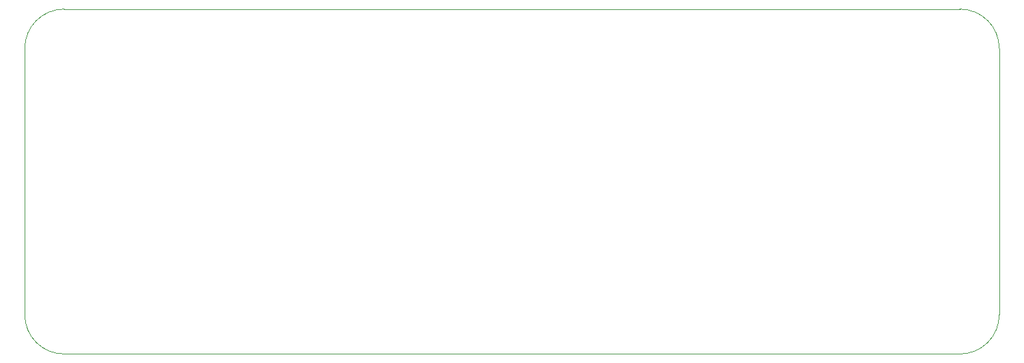
<source format=gbr>
%TF.GenerationSoftware,KiCad,Pcbnew,8.0.3*%
%TF.CreationDate,2024-08-03T11:21:45-05:00*%
%TF.ProjectId,1024A Capacitor Test PCB,31303234-4120-4436-9170-616369746f72,rev?*%
%TF.SameCoordinates,PX4a62f80PY7459280*%
%TF.FileFunction,Profile,NP*%
%FSLAX46Y46*%
G04 Gerber Fmt 4.6, Leading zero omitted, Abs format (unit mm)*
G04 Created by KiCad (PCBNEW 8.0.3) date 2024-08-03 11:21:45*
%MOMM*%
%LPD*%
G01*
G04 APERTURE LIST*
%TA.AperFunction,Profile*%
%ADD10C,0.100000*%
%TD*%
G04 APERTURE END LIST*
D10*
X0Y39000000D02*
G75*
G02*
X5000000Y44000000I5000000J0D01*
G01*
X5000000Y0D02*
G75*
G02*
X0Y5000000I0J5000000D01*
G01*
X124000000Y5000000D02*
G75*
G02*
X119000000Y0I-5000000J0D01*
G01*
X119000000Y44000000D02*
G75*
G02*
X124000000Y39000000I0J-5000000D01*
G01*
X119000000Y0D02*
X5000000Y0D01*
X124000000Y5000000D02*
X124000000Y39000000D01*
X0Y39000000D02*
X0Y5000000D01*
X119000000Y44000000D02*
X5000000Y44000000D01*
M02*

</source>
